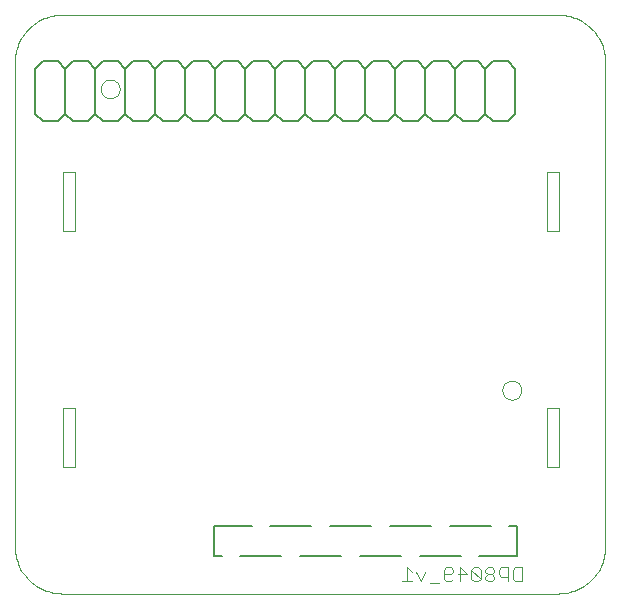
<source format=gbo>
G75*
G70*
%OFA0B0*%
%FSLAX24Y24*%
%IPPOS*%
%LPD*%
%AMOC8*
5,1,8,0,0,1.08239X$1,22.5*
%
%ADD10C,0.0070*%
%ADD11C,0.0060*%
%ADD12C,0.0040*%
%ADD13C,0.0000*%
D10*
X012068Y001758D02*
X012331Y001758D01*
X012068Y001758D02*
X012068Y002742D01*
X013331Y002742D01*
X013918Y002742D02*
X015296Y002742D01*
X015918Y002742D02*
X017296Y002742D01*
X017918Y002742D02*
X019296Y002742D01*
X019918Y002742D02*
X021296Y002742D01*
X021894Y002742D02*
X022146Y002742D01*
X022146Y001758D01*
X020894Y001758D01*
X020296Y001742D02*
X018918Y001742D01*
X018296Y001742D02*
X016918Y001742D01*
X016296Y001742D02*
X014918Y001742D01*
X014296Y001742D02*
X012918Y001742D01*
D11*
X012857Y016250D02*
X012357Y016250D01*
X012107Y016500D01*
X011857Y016250D01*
X011357Y016250D01*
X011107Y016500D01*
X011107Y018000D01*
X010857Y018250D01*
X010357Y018250D01*
X010107Y018000D01*
X010107Y016500D01*
X009857Y016250D01*
X009357Y016250D01*
X009107Y016500D01*
X009107Y018000D01*
X008857Y018250D01*
X008357Y018250D01*
X008107Y018000D01*
X008107Y016500D01*
X008357Y016250D01*
X008857Y016250D01*
X009107Y016500D01*
X008107Y016500D02*
X007857Y016250D01*
X007357Y016250D01*
X007107Y016500D01*
X006857Y016250D01*
X006357Y016250D01*
X006107Y016500D01*
X006107Y018000D01*
X006357Y018250D01*
X006857Y018250D01*
X007107Y018000D01*
X007107Y016500D01*
X007107Y018000D02*
X007357Y018250D01*
X007857Y018250D01*
X008107Y018000D01*
X009107Y018000D02*
X009357Y018250D01*
X009857Y018250D01*
X010107Y018000D01*
X011107Y018000D02*
X011357Y018250D01*
X011857Y018250D01*
X012107Y018000D01*
X012107Y016500D01*
X012857Y016250D02*
X013107Y016500D01*
X013107Y018000D01*
X012857Y018250D01*
X012357Y018250D01*
X012107Y018000D01*
X013107Y018000D02*
X013357Y018250D01*
X013857Y018250D01*
X014107Y018000D01*
X014107Y016500D01*
X014357Y016250D01*
X014857Y016250D01*
X015107Y016500D01*
X015107Y018000D01*
X014857Y018250D01*
X014357Y018250D01*
X014107Y018000D01*
X015107Y018000D02*
X015357Y018250D01*
X015857Y018250D01*
X016107Y018000D01*
X016107Y016500D01*
X015857Y016250D01*
X015357Y016250D01*
X015107Y016500D01*
X014107Y016500D02*
X013857Y016250D01*
X013357Y016250D01*
X013107Y016500D01*
X011107Y016500D02*
X010857Y016250D01*
X010357Y016250D01*
X010107Y016500D01*
X016107Y016500D02*
X016357Y016250D01*
X016857Y016250D01*
X017107Y016500D01*
X017107Y018000D01*
X016857Y018250D01*
X016357Y018250D01*
X016107Y018000D01*
X017107Y018000D02*
X017357Y018250D01*
X017857Y018250D01*
X018107Y018000D01*
X018107Y016500D01*
X017857Y016250D01*
X017357Y016250D01*
X017107Y016500D01*
X018107Y016500D02*
X018357Y016250D01*
X018857Y016250D01*
X019107Y016500D01*
X019107Y018000D01*
X018857Y018250D01*
X018357Y018250D01*
X018107Y018000D01*
X019107Y018000D02*
X019357Y018250D01*
X019857Y018250D01*
X020107Y018000D01*
X020107Y016500D01*
X019857Y016250D01*
X019357Y016250D01*
X019107Y016500D01*
X020107Y016500D02*
X020357Y016250D01*
X020857Y016250D01*
X021107Y016500D01*
X021107Y018000D01*
X020857Y018250D01*
X020357Y018250D01*
X020107Y018000D01*
X021107Y018000D02*
X021357Y018250D01*
X021857Y018250D01*
X022107Y018000D01*
X022107Y016500D01*
X021857Y016250D01*
X021357Y016250D01*
X021107Y016500D01*
D12*
X021176Y001374D02*
X021100Y001297D01*
X021100Y001221D01*
X021176Y001144D01*
X021330Y001144D01*
X021406Y001221D01*
X021406Y001297D01*
X021330Y001374D01*
X021176Y001374D01*
X021100Y001297D01*
X021100Y001221D01*
X021176Y001144D01*
X021100Y001067D01*
X021100Y000990D01*
X021176Y000914D01*
X021330Y000914D01*
X021406Y000990D01*
X021406Y001067D01*
X021330Y001144D01*
X021176Y001144D01*
X021100Y001067D01*
X021100Y000990D01*
X021176Y000914D01*
X021330Y000914D01*
X021406Y000990D01*
X021406Y001067D01*
X021330Y001144D01*
X021406Y001221D01*
X021406Y001297D01*
X021330Y001374D01*
X021176Y001374D01*
X020946Y001297D02*
X020869Y001374D01*
X020716Y001374D01*
X020639Y001297D01*
X020946Y000990D01*
X020869Y000914D01*
X020716Y000914D01*
X020639Y000990D01*
X020639Y001297D01*
X020946Y000990D01*
X020946Y001297D01*
X020869Y001374D01*
X020716Y001374D01*
X020639Y001297D01*
X020639Y000990D01*
X020716Y000914D01*
X020869Y000914D01*
X020946Y000990D01*
X020946Y001297D01*
X020486Y001144D02*
X020179Y001144D01*
X020486Y001144D01*
X020255Y001374D01*
X020255Y000914D01*
X020255Y001374D01*
X020486Y001144D01*
X020025Y001221D02*
X019949Y001144D01*
X019718Y001144D01*
X019949Y001144D01*
X020025Y001221D01*
X020025Y001297D01*
X019949Y001374D01*
X019795Y001374D01*
X019718Y001297D01*
X019718Y000990D01*
X019795Y000914D01*
X019949Y000914D01*
X020025Y000990D01*
X019949Y000914D01*
X019795Y000914D01*
X019718Y000990D01*
X019718Y001297D01*
X019795Y001374D01*
X019949Y001374D01*
X020025Y001297D01*
X020025Y001221D01*
X019565Y000837D02*
X019258Y000837D01*
X019565Y000837D01*
X019104Y001221D02*
X018951Y000914D01*
X018798Y001221D01*
X018951Y000914D01*
X019104Y001221D01*
X018644Y001221D02*
X018491Y001374D01*
X018491Y000914D01*
X018491Y001374D01*
X018644Y001221D01*
X018644Y000914D02*
X018337Y000914D01*
X018644Y000914D01*
X021560Y001144D02*
X021637Y001067D01*
X021867Y001067D01*
X021637Y001067D01*
X021560Y001144D01*
X021560Y001297D01*
X021637Y001374D01*
X021867Y001374D01*
X021867Y000914D01*
X021867Y001374D01*
X021637Y001374D01*
X021560Y001297D01*
X021560Y001144D01*
X022020Y001297D02*
X022020Y000990D01*
X022097Y000914D01*
X022327Y000914D01*
X022327Y001374D01*
X022097Y001374D01*
X022020Y001297D01*
X022097Y001374D01*
X022327Y001374D01*
X022327Y000914D01*
X022097Y000914D01*
X022020Y000990D01*
X022020Y001297D01*
D13*
X005418Y002075D02*
X005418Y018217D01*
X005420Y018294D01*
X005426Y018371D01*
X005435Y018448D01*
X005448Y018524D01*
X005465Y018600D01*
X005486Y018674D01*
X005510Y018748D01*
X005538Y018820D01*
X005569Y018890D01*
X005604Y018959D01*
X005642Y019027D01*
X005683Y019092D01*
X005728Y019155D01*
X005776Y019216D01*
X005826Y019275D01*
X005879Y019331D01*
X005935Y019384D01*
X005994Y019434D01*
X006055Y019482D01*
X006118Y019527D01*
X006183Y019568D01*
X006251Y019606D01*
X006320Y019641D01*
X006390Y019672D01*
X006462Y019700D01*
X006536Y019724D01*
X006610Y019745D01*
X006686Y019762D01*
X006762Y019775D01*
X006839Y019784D01*
X006916Y019790D01*
X006993Y019792D01*
X006993Y019791D02*
X023528Y019791D01*
X023528Y019792D02*
X023605Y019790D01*
X023682Y019784D01*
X023759Y019775D01*
X023835Y019762D01*
X023911Y019745D01*
X023985Y019724D01*
X024059Y019700D01*
X024131Y019672D01*
X024201Y019641D01*
X024270Y019606D01*
X024338Y019568D01*
X024403Y019527D01*
X024466Y019482D01*
X024527Y019434D01*
X024586Y019384D01*
X024642Y019331D01*
X024695Y019275D01*
X024745Y019216D01*
X024793Y019155D01*
X024838Y019092D01*
X024879Y019027D01*
X024917Y018959D01*
X024952Y018890D01*
X024983Y018820D01*
X025011Y018748D01*
X025035Y018674D01*
X025056Y018600D01*
X025073Y018524D01*
X025086Y018448D01*
X025095Y018371D01*
X025101Y018294D01*
X025103Y018217D01*
X025103Y002075D01*
X025101Y001998D01*
X025095Y001921D01*
X025086Y001844D01*
X025073Y001768D01*
X025056Y001692D01*
X025035Y001618D01*
X025011Y001544D01*
X024983Y001472D01*
X024952Y001402D01*
X024917Y001333D01*
X024879Y001265D01*
X024838Y001200D01*
X024793Y001137D01*
X024745Y001076D01*
X024695Y001017D01*
X024642Y000961D01*
X024586Y000908D01*
X024527Y000858D01*
X024466Y000810D01*
X024403Y000765D01*
X024338Y000724D01*
X024270Y000686D01*
X024201Y000651D01*
X024131Y000620D01*
X024059Y000592D01*
X023985Y000568D01*
X023911Y000547D01*
X023835Y000530D01*
X023759Y000517D01*
X023682Y000508D01*
X023605Y000502D01*
X023528Y000500D01*
X006993Y000500D01*
X006916Y000502D01*
X006839Y000508D01*
X006762Y000517D01*
X006686Y000530D01*
X006610Y000547D01*
X006536Y000568D01*
X006462Y000592D01*
X006390Y000620D01*
X006320Y000651D01*
X006251Y000686D01*
X006183Y000724D01*
X006118Y000765D01*
X006055Y000810D01*
X005994Y000858D01*
X005935Y000908D01*
X005879Y000961D01*
X005826Y001017D01*
X005776Y001076D01*
X005728Y001137D01*
X005683Y001200D01*
X005642Y001265D01*
X005604Y001333D01*
X005569Y001402D01*
X005538Y001472D01*
X005510Y001544D01*
X005486Y001618D01*
X005465Y001692D01*
X005448Y001768D01*
X005435Y001844D01*
X005426Y001921D01*
X005420Y001998D01*
X005418Y002075D01*
X007026Y004720D02*
X007420Y004720D01*
X007420Y006689D01*
X007026Y006689D01*
X007026Y004720D01*
X007026Y012594D02*
X007420Y012594D01*
X007420Y014563D01*
X007026Y014563D01*
X007026Y012594D01*
X008286Y017319D02*
X008288Y017354D01*
X008294Y017389D01*
X008304Y017423D01*
X008317Y017456D01*
X008334Y017487D01*
X008355Y017515D01*
X008378Y017542D01*
X008405Y017565D01*
X008433Y017586D01*
X008464Y017603D01*
X008497Y017616D01*
X008531Y017626D01*
X008566Y017632D01*
X008601Y017634D01*
X008636Y017632D01*
X008671Y017626D01*
X008705Y017616D01*
X008738Y017603D01*
X008769Y017586D01*
X008797Y017565D01*
X008824Y017542D01*
X008847Y017515D01*
X008868Y017487D01*
X008885Y017456D01*
X008898Y017423D01*
X008908Y017389D01*
X008914Y017354D01*
X008916Y017319D01*
X008914Y017284D01*
X008908Y017249D01*
X008898Y017215D01*
X008885Y017182D01*
X008868Y017151D01*
X008847Y017123D01*
X008824Y017096D01*
X008797Y017073D01*
X008769Y017052D01*
X008738Y017035D01*
X008705Y017022D01*
X008671Y017012D01*
X008636Y017006D01*
X008601Y017004D01*
X008566Y017006D01*
X008531Y017012D01*
X008497Y017022D01*
X008464Y017035D01*
X008433Y017052D01*
X008405Y017073D01*
X008378Y017096D01*
X008355Y017123D01*
X008334Y017151D01*
X008317Y017182D01*
X008304Y017215D01*
X008294Y017249D01*
X008288Y017284D01*
X008286Y017319D01*
X021672Y007280D02*
X021674Y007315D01*
X021680Y007350D01*
X021690Y007384D01*
X021703Y007417D01*
X021720Y007448D01*
X021741Y007476D01*
X021764Y007503D01*
X021791Y007526D01*
X021819Y007547D01*
X021850Y007564D01*
X021883Y007577D01*
X021917Y007587D01*
X021952Y007593D01*
X021987Y007595D01*
X022022Y007593D01*
X022057Y007587D01*
X022091Y007577D01*
X022124Y007564D01*
X022155Y007547D01*
X022183Y007526D01*
X022210Y007503D01*
X022233Y007476D01*
X022254Y007448D01*
X022271Y007417D01*
X022284Y007384D01*
X022294Y007350D01*
X022300Y007315D01*
X022302Y007280D01*
X022300Y007245D01*
X022294Y007210D01*
X022284Y007176D01*
X022271Y007143D01*
X022254Y007112D01*
X022233Y007084D01*
X022210Y007057D01*
X022183Y007034D01*
X022155Y007013D01*
X022124Y006996D01*
X022091Y006983D01*
X022057Y006973D01*
X022022Y006967D01*
X021987Y006965D01*
X021952Y006967D01*
X021917Y006973D01*
X021883Y006983D01*
X021850Y006996D01*
X021819Y007013D01*
X021791Y007034D01*
X021764Y007057D01*
X021741Y007084D01*
X021720Y007112D01*
X021703Y007143D01*
X021690Y007176D01*
X021680Y007210D01*
X021674Y007245D01*
X021672Y007280D01*
X023168Y006689D02*
X023168Y004720D01*
X023562Y004720D01*
X023562Y006689D01*
X023168Y006689D01*
X023168Y012594D02*
X023168Y014563D01*
X023562Y014563D01*
X023562Y012594D01*
X023168Y012594D01*
M02*

</source>
